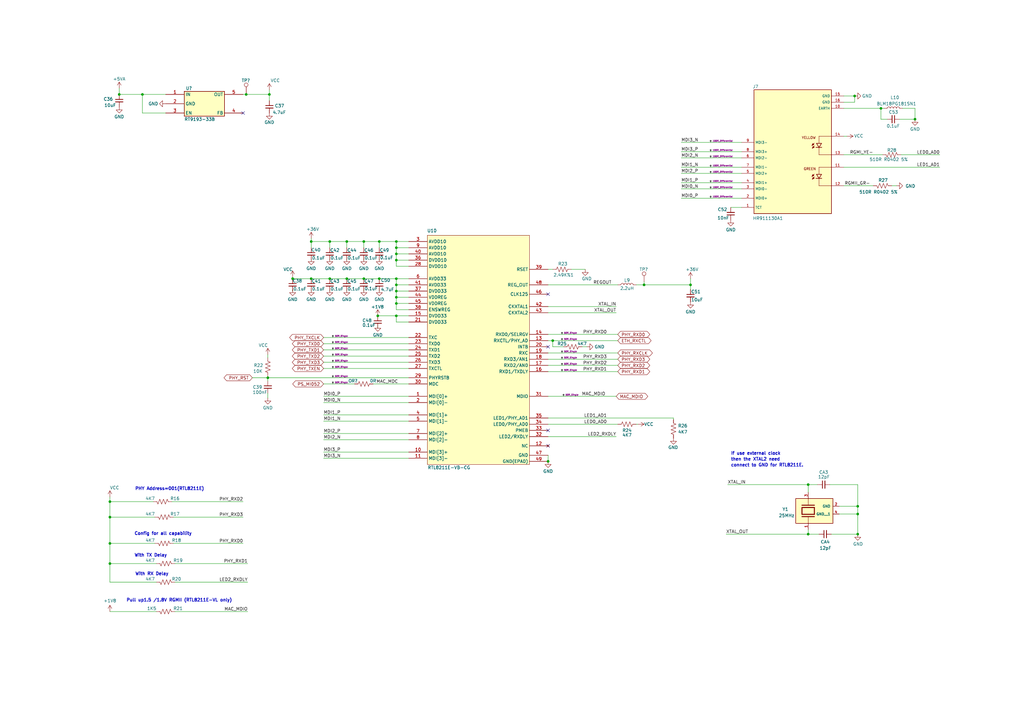
<source format=kicad_sch>
(kicad_sch (version 20230121) (generator eeschema)
  (paper "A3")
  (lib_symbols
    (symbol "+1V8_2" (power) (pin_numbers hide) (pin_names (offset 0) hide)
      (property "Value" "+1V8_2" (at 0 5.08 0))
      (symbol "+1V8_2_1_1"
        (pin power_in line (at 0 0 90) (length 0) hide (name "+1V8") (number "1"))
      )
    )
    (symbol "+1V8_3" (power) (pin_numbers hide) (pin_names (offset 0) hide)
      (property "Value" "+1V8_3" (at 0 4.445 0))
      (symbol "+1V8_3_1_1"
        (pin power_in line (at 0 0 90) (length 0) hide (name "+1V8") (number "1"))
      )
    )
    (symbol "+5VA_4" (power) (pin_numbers hide) (pin_names (offset 0) hide)
      (property "Value" "+5V IN" (at 0 4.445 0))
      (symbol "+5VA_4_1_1"
        (pin power_in line (at 0 0 90) (length 0) hide (name "+5VA") (number "1"))
      )
    )
    (symbol "Connector:TestPoint" (pin_numbers hide) (pin_names (offset 0.762) hide)
      (property "Reference" "TP" (at 0 6.858 0))
      (property "Value" "TestPoint" (at 0 5.08 0))
      (symbol "TestPoint_1_1"
        (pin passive line (at 0 0 90) (length 2.54) (name "1") (number "1"))
      )
    )
    (symbol "Device:C_Small" (pin_numbers hide) (pin_names (offset 0.254) hide)
      (property "Reference" "C" (at 0.254 1.778 0))
      (property "Value" "C_Small" (at 0.254 -2.032 0))
      (symbol "C_Small_1_1"
        (pin passive line (at 0 2.54 270) (length 2.032) (name "~") (number "1"))
        (pin passive line (at 0 -2.54 90) (length 2.032) (name "~") (number "2"))
      )
    )
    (symbol "Device:L" (pin_numbers hide) (pin_names (offset 1.016) hide)
      (property "Reference" "L" (at -1.27 0 90))
      (property "Value" "L" (at 1.905 0 90))
      (symbol "L_1_1"
        (pin passive line (at 0 3.81 270) (length 1.27) (name "1") (number "1"))
        (pin passive line (at 0 -3.81 90) (length 1.27) (name "2") (number "2"))
      )
    )
    (symbol "Device:R_US" (pin_numbers hide) (pin_names (offset 0))
      (property "Reference" "R" (at 2.54 0 90))
      (property "Value" "R_US" (at -2.54 0 90))
      (symbol "R_US_1_1"
        (pin passive line (at 0 3.81 270) (length 1.27) (name "~") (number "1"))
        (pin passive line (at 0 -3.81 90) (length 1.27) (name "~") (number "2"))
      )
    )
    (symbol "GND_1" (power) (pin_numbers hide) (pin_names (offset 0) hide)
      (property "Value" "GND" (at 0 -3.81 0))
      (symbol "GND_1_1_1"
        (pin power_in line (at 0 0 270) (length 0) hide (name "GND") (number "1"))
      )
    )
    (symbol "GND_2" (power) (pin_numbers hide) (pin_names (offset 0) hide)
      (property "Value" "GND_2" (at 0 -3.81 0))
      (symbol "GND_2_1_1"
        (pin power_in line (at 0 0 270) (length 0) hide (name "GND") (number "1"))
      )
    )
    (symbol "PLUTOX_SDR SCH LIB:HR911130A"
      (property "Reference" "J6" (at -33.655 -2.54 0))
      (property "Value" "HR911130A1" (at 29.21 56.515 0))
      (symbol "HR911130A_0_0"
        (text "GREEN" (at 24.13 36.83 0) (effects (font (size 1.016 1.016)) (justify left top)))
        (text "YELLOW" (at 29.21 22.86 0) (effects (font (size 1.016 1.016)) (justify right bottom)))
        (pin passive line (at 40.64 35.56 180) (length 5.08) (name "~") (number "11"))
        (pin passive line (at 40.64 43.18 180) (length 5.08) (name "~") (number "12"))
        (pin passive line (at 40.64 30.48 180) (length 5.08) (name "~") (number "13"))
        (pin passive line (at 40.64 22.86 180) (length 5.08) (name "~") (number "14"))
      )
      (symbol "HR911130A_1_0"
        (pin passive line (at -1.27 52.07 0) (length 5.08) (name "TCT") (number "1"))
        (pin passive line (at 40.64 11.43 180) (length 5.08) (name "EARTH") (number "10"))
        (pin passive line (at 40.64 6.35 180) (length 5.08) (name "GND") (number "15"))
        (pin passive line (at 40.64 8.89 180) (length 5.08) (name "GND") (number "16"))
        (pin passive line (at -1.27 48.26 0) (length 5.08) (name "MDI0+") (number "2"))
        (pin passive line (at -1.27 44.45 0) (length 5.08) (name "MDI0-") (number "3"))
        (pin passive line (at -1.27 41.91 0) (length 5.08) (name "MDI1+") (number "4"))
        (pin passive line (at -1.27 38.1 0) (length 5.08) (name "MDI2+") (number "5"))
        (pin passive line (at -1.27 31.75 0) (length 5.08) (name "MDI2-") (number "6"))
        (pin passive line (at -1.27 35.56 0) (length 5.08) (name "MDI1-") (number "7"))
        (pin passive line (at -1.27 29.21 0) (length 5.08) (name "MDI3+") (number "8"))
        (pin passive line (at -1.27 25.4 0) (length 5.08) (name "MDI3-") (number "9"))
      )
    )
    (symbol "PLUTOX_SDR SCH LIB:RT9193-33GB"
      (property "Reference" "U5" (at 23.495 7.239 0))
      (property "Value" "~" (at 46.99 0 0))
      (symbol "RT9193-33GB_0_1"
        (pin power_out line (at 39.37 0 180) (length 7.62) (name "GND") (number "2"))
      )
      (symbol "RT9193-33GB_1_1"
        (pin power_in line (at 39.37 3.81 180) (length 7.62) (name "IN") (number "1"))
        (pin unspecified line (at 39.37 -3.81 180) (length 7.62) (name "EN") (number "3"))
        (pin unspecified line (at 7.62 -3.81 0) (length 7.62) (name "FB") (number "4"))
        (pin output line (at 7.62 3.81 0) (length 7.62) (name "OUT") (number "5"))
      )
    )
    (symbol "PLUTOX_SDR SCH LIB:RTL8211E-VB-CG"
      (property "Reference" "U10" (at 27.305 62.865 0))
      (property "Value" "RTL8211E-VB-CG" (at 34.29 -34.29 0))
      (symbol "RTL8211E-VB-CG_0_1"
        (pin bidirectional line (at 17.78 -5.08 0) (length 7.62) (name "MDI[0]+") (number "1"))
        (pin bidirectional line (at 17.78 -27.94 0) (length 7.62) (name "MDI[3]+") (number "10"))
        (pin bidirectional line (at 17.78 -30.48 0) (length 7.62) (name "MDI[3]-") (number "11"))
        (pin no_connect line (at 74.93 -25.4 180) (length 7.62) (name "NC") (number "12"))
        (pin output line (at 74.93 17.78 180) (length 7.62) (name "RXCTL/PHY_AD") (number "13"))
        (pin output line (at 74.93 20.32 180) (length 7.62) (name "RXD0/SELRGV") (number "14"))
        (pin power_in line (at 17.78 27.94 0) (length 7.62) (name "DVDD33") (number "15"))
        (pin output line (at 74.93 5.08 180) (length 7.62) (name "RXD1/TXDLY") (number "16"))
        (pin output line (at 74.93 7.62 180) (length 7.62) (name "RXD2/AN0") (number "17"))
        (pin output line (at 74.93 10.16 180) (length 7.62) (name "RXD3/AN1") (number "18"))
        (pin output line (at 74.93 12.7 180) (length 7.62) (name "RXC") (number "19"))
        (pin bidirectional line (at 17.78 -7.62 0) (length 7.62) (name "MDI[0]-") (number "2"))
        (pin output line (at 74.93 15.24 180) (length 7.62) (name "INTB") (number "20"))
        (pin power_in line (at 17.78 25.4 0) (length 7.62) (name "DVDD33") (number "21"))
        (pin input line (at 17.78 19.05 0) (length 7.62) (name "TXC") (number "22"))
        (pin input line (at 17.78 16.51 0) (length 7.62) (name "TXD0") (number "23"))
        (pin input line (at 17.78 13.97 0) (length 7.62) (name "TXD1") (number "24"))
        (pin input line (at 17.78 11.43 0) (length 7.62) (name "TXD2") (number "25"))
        (pin input line (at 17.78 8.89 0) (length 7.62) (name "TXD3") (number "26"))
        (pin input line (at 17.78 6.35 0) (length 7.62) (name "TXCTL") (number "27"))
        (pin power_in line (at 17.78 48.26 0) (length 7.62) (name "DVDD10") (number "28"))
        (pin input line (at 17.78 2.54 0) (length 7.62) (name "PHYRSTB") (number "29"))
        (pin power_in line (at 17.78 58.42 0) (length 7.62) (name "AVDD10") (number "3"))
        (pin input line (at 17.78 0 0) (length 7.62) (name "MDC") (number "30"))
        (pin bidirectional line (at 74.93 -5.08 180) (length 7.62) (name "MDIO") (number "31"))
        (pin output line (at 74.93 -21.59 180) (length 7.62) (name "LED2/RXDLY") (number "32"))
        (pin output line (at 74.93 -19.05 180) (length 7.62) (name "PMEB") (number "33"))
        (pin output line (at 74.93 -16.51 180) (length 7.62) (name "LED0/PHY_AD0") (number "34"))
        (pin output line (at 74.93 -13.97 180) (length 7.62) (name "LED1/PHY_AD1") (number "35"))
        (pin power_in line (at 17.78 50.8 0) (length 7.62) (name "DVDD10") (number "36"))
        (pin power_in line (at 17.78 38.1 0) (length 7.62) (name "DVDD33") (number "37"))
        (pin input line (at 17.78 30.48 0) (length 7.62) (name "ENSWREG") (number "38"))
        (pin output line (at 74.93 46.99 180) (length 7.62) (name "RSET") (number "39"))
        (pin bidirectional line (at 17.78 -12.7 0) (length 7.62) (name "MDI[1]+") (number "4"))
        (pin power_in line (at 17.78 53.34 0) (length 7.62) (name "AVDD10") (number "40"))
        (pin power_in line (at 17.78 40.64 0) (length 7.62) (name "AVDD33") (number "41"))
        (pin input line (at 74.93 31.75 180) (length 7.62) (name "CKXTAL1") (number "42"))
        (pin output line (at 74.93 29.21 180) (length 7.62) (name "CKXTAL2") (number "43"))
        (pin power_in line (at 17.78 35.56 0) (length 7.62) (name "VDDREG") (number "44"))
        (pin power_in line (at 17.78 33.02 0) (length 7.62) (name "VDDREG") (number "45"))
        (pin output line (at 74.93 36.83 180) (length 7.62) (name "CLK125") (number "46"))
        (pin power_out line (at 74.93 -29.21 180) (length 7.62) (name "GND") (number "47"))
        (pin output line (at 74.93 40.64 180) (length 7.62) (name "REG_OUT") (number "48"))
        (pin bidirectional line (at 17.78 -15.24 0) (length 7.62) (name "MDI[1]-") (number "5"))
        (pin power_in line (at 17.78 43.18 0) (length 7.62) (name "AVDD33") (number "6"))
        (pin bidirectional line (at 17.78 -20.32 0) (length 7.62) (name "MDI[2]+") (number "7"))
        (pin bidirectional line (at 17.78 -22.86 0) (length 7.62) (name "MDI[2]-") (number "8"))
        (pin power_in line (at 17.78 55.88 0) (length 7.62) (name "AVDD10") (number "9"))
      )
      (symbol "RTL8211E-VB-CG_1_1"
        (pin power_out line (at 74.93 -31.75 180) (length 7.62) (name "GND(EPAD)") (number "49"))
      )
    )
    (symbol "TSX-3225_25.0000MF10P-C0_1" (pin_names (offset 1.016))
      (property "Reference" "Y3" (at 12.065 0.635 90))
      (property "Value" "TSX-3225_25.0000MF10P-C0" (at 12.065 -1.905 90))
      (symbol "TSX-3225_25.0000MF10P-C0_1_0_0"
        (pin passive line (at -7.62 0 0) (length 2.54) (name "~") (number "1"))
        (pin power_in line (at 1.905 -12.7 90) (length 2.54) (name "GND") (number "2"))
        (pin passive line (at 7.62 0 180) (length 2.54) (name "~") (number "3"))
        (pin power_in line (at -1.27 -12.7 90) (length 2.54) (name "GND__1") (number "4"))
      )
    )
    (symbol "power:+36V" (power) (pin_numbers hide) (pin_names (offset 0) hide)
      (property "Value" "VDD10_EPHY" (at -0.127 3.81 0))
      (symbol "+36V_1_1"
        (pin power_in line (at 0 0 90) (length 0) hide (name "+36V") (number "1"))
      )
    )
    (symbol "power:VCC" (power) (pin_numbers hide) (pin_names (offset 0) hide)
      (property "Value" "VCC_LAN" (at -3.556 -0.635 90))
      (symbol "VCC_1_1"
        (pin power_in line (at 0 0 90) (length 0) hide (name "VCC") (number "1"))
      )
    )
  )
  (junction (at 45.085 222.885))
  (junction (at 109.855 154.94))
  (junction (at 162.56 129.54))
  (junction (at 155.575 114.3))
  (junction (at 45.085 231.14))
  (junction (at 224.79 189.23))
  (junction (at 162.56 119.38))
  (junction (at 127.635 99.06))
  (junction (at 375.285 48.895))
  (junction (at 58.42 38.735))
  (junction (at 149.225 114.3))
  (junction (at 226.695 139.7))
  (junction (at 162.56 101.6))
  (junction (at 45.085 212.09))
  (junction (at 149.225 99.06))
  (junction (at 135.255 114.3))
  (junction (at 120.015 114.3))
  (junction (at 162.56 114.3))
  (junction (at 351.79 207.645))
  (junction (at 142.24 99.06))
  (junction (at 100.965 38.735))
  (junction (at 264.16 116.84))
  (junction (at 45.085 205.74))
  (junction (at 110.49 38.735))
  (junction (at 350.52 39.37))
  (junction (at 162.56 104.14))
  (junction (at 162.56 99.06))
  (junction (at 135.255 99.06))
  (junction (at 162.56 106.68))
  (junction (at 48.895 38.735))
  (junction (at 331.47 219.075))
  (junction (at 351.79 219.075))
  (junction (at 283.21 116.84))
  (junction (at 361.315 44.45))
  (junction (at 162.56 116.84))
  (junction (at 127.635 114.3))
  (junction (at 331.47 198.755))
  (junction (at 351.79 210.82))
  (junction (at 154.94 129.54))
  (junction (at 155.575 99.06))
  (junction (at 142.24 114.3))
  (junction (at 162.56 124.46))
  (junction (at 162.56 121.92))
  (no_connect (at 224.79 176.53))
  (no_connect (at 224.79 182.88))
  (no_connect (at 224.79 142.24))
  (no_connect (at 224.79 120.65))
  (no_connect (at 99.695 46.355))
  (wire (pts (xy 132.715 157.48) (xy 145.415 157.48)))
  (wire (pts (xy 149.225 99.06) (xy 149.225 101.6)))
  (wire (pts (xy 127.635 99.06) (xy 127.635 97.79)))
  (wire (pts (xy 135.255 99.06) (xy 142.24 99.06)))
  (wire (pts (xy 162.56 104.14) (xy 167.64 104.14)))
  (wire (pts (xy 132.715 143.51) (xy 167.64 143.51)))
  (wire (pts (xy 45.085 231.14) (xy 64.135 231.14)))
  (wire (pts (xy 162.56 119.38) (xy 162.56 116.84)))
  (wire (pts (xy 127.635 114.3) (xy 135.255 114.3)))
  (wire (pts (xy 362.585 44.45) (xy 361.315 44.45)))
  (wire (pts (xy 375.285 44.45) (xy 375.285 48.895)))
  (wire (pts (xy 149.225 118.745) (xy 149.225 119.38)))
  (wire (pts (xy 110.49 36.83) (xy 110.49 38.735)))
  (wire (pts (xy 162.56 116.84) (xy 167.64 116.84)))
  (wire (pts (xy 224.79 186.69) (xy 224.79 189.23)))
  (wire (pts (xy 347.345 55.88) (xy 346.075 55.88)))
  (wire (pts (xy 304.165 85.09) (xy 299.72 85.09)))
  (wire (pts (xy 351.79 198.755) (xy 351.79 207.645)))
  (wire (pts (xy 142.24 99.06) (xy 142.24 101.6)))
  (wire (pts (xy 109.855 154.305) (xy 109.855 154.94)))
  (wire (pts (xy 331.47 198.755) (xy 331.47 201.93)))
  (wire (pts (xy 127.635 99.06) (xy 135.255 99.06)))
  (wire (pts (xy 67.945 46.355) (xy 58.42 46.355)))
  (wire (pts (xy 132.715 165.1) (xy 167.64 165.1)))
  (wire (pts (xy 142.24 106.045) (xy 142.24 106.68)))
  (wire (pts (xy 109.855 145.415) (xy 109.855 146.685)))
  (wire (pts (xy 142.24 118.745) (xy 142.24 119.38)))
  (wire (pts (xy 132.715 180.34) (xy 167.64 180.34)))
  (wire (pts (xy 162.56 121.92) (xy 162.56 124.46)))
  (wire (pts (xy 224.79 110.49) (xy 226.695 110.49)))
  (wire (pts (xy 162.56 114.3) (xy 167.64 114.3)))
  (wire (pts (xy 361.315 44.45) (xy 361.315 48.895)))
  (wire (pts (xy 224.79 152.4) (xy 253.365 152.4)))
  (wire (pts (xy 45.085 238.76) (xy 45.085 231.14)))
  (wire (pts (xy 132.715 151.13) (xy 167.64 151.13)))
  (wire (pts (xy 155.575 106.045) (xy 155.575 106.68)))
  (wire (pts (xy 304.165 58.42) (xy 279.4 58.42)))
  (wire (pts (xy 224.79 144.78) (xy 253.365 144.78)))
  (wire (pts (xy 101.6 231.14) (xy 71.755 231.14)))
  (wire (pts (xy 344.17 210.82) (xy 351.79 210.82)))
  (wire (pts (xy 142.24 114.3) (xy 149.225 114.3)))
  (wire (pts (xy 167.64 132.08) (xy 162.56 132.08)))
  (wire (pts (xy 224.79 149.86) (xy 253.365 149.86)))
  (wire (pts (xy 162.56 99.06) (xy 162.56 101.6)))
  (wire (pts (xy 153.035 157.48) (xy 167.64 157.48)))
  (wire (pts (xy 58.42 38.735) (xy 67.945 38.735)))
  (wire (pts (xy 149.225 106.045) (xy 149.225 106.68)))
  (wire (pts (xy 264.16 115.57) (xy 264.16 116.84)))
  (wire (pts (xy 224.79 128.27) (xy 252.73 128.27)))
  (wire (pts (xy 375.285 44.45) (xy 370.205 44.45)))
  (wire (pts (xy 162.56 121.92) (xy 167.64 121.92)))
  (wire (pts (xy 162.56 124.46) (xy 162.56 127)))
  (wire (pts (xy 350.52 39.37) (xy 350.52 41.91)))
  (wire (pts (xy 162.56 119.38) (xy 162.56 121.92)))
  (wire (pts (xy 155.575 114.3) (xy 162.56 114.3)))
  (wire (pts (xy 45.085 205.74) (xy 45.085 212.09)))
  (wire (pts (xy 135.255 106.045) (xy 135.255 106.68)))
  (wire (pts (xy 149.225 99.06) (xy 155.575 99.06)))
  (wire (pts (xy 99.695 205.74) (xy 70.485 205.74)))
  (wire (pts (xy 261.62 173.99) (xy 260.985 173.99)))
  (wire (pts (xy 162.56 106.68) (xy 167.64 106.68)))
  (wire (pts (xy 344.17 207.645) (xy 351.79 207.645)))
  (wire (pts (xy 64.135 250.825) (xy 45.085 250.825)))
  (wire (pts (xy 224.79 171.45) (xy 276.225 171.45)))
  (wire (pts (xy 63.5 222.885) (xy 45.085 222.885)))
  (wire (pts (xy 162.56 101.6) (xy 167.64 101.6)))
  (wire (pts (xy 120.015 114.3) (xy 120.015 113.665)))
  (wire (pts (xy 154.94 133.35) (xy 154.94 134.62)))
  (wire (pts (xy 127.635 118.745) (xy 127.635 119.38)))
  (wire (pts (xy 283.21 114.3) (xy 283.21 116.84)))
  (wire (pts (xy 385.445 63.5) (xy 369.57 63.5)))
  (wire (pts (xy 109.855 154.94) (xy 109.855 156.21)))
  (wire (pts (xy 224.79 162.56) (xy 252.73 162.56)))
  (wire (pts (xy 155.575 99.06) (xy 162.56 99.06)))
  (wire (pts (xy 304.165 71.12) (xy 279.4 71.12)))
  (wire (pts (xy 224.79 173.99) (xy 253.365 173.99)))
  (wire (pts (xy 331.47 219.075) (xy 297.815 219.075)))
  (wire (pts (xy 149.225 114.3) (xy 155.575 114.3)))
  (wire (pts (xy 132.715 177.8) (xy 167.64 177.8)))
  (wire (pts (xy 224.79 139.7) (xy 226.695 139.7)))
  (wire (pts (xy 224.79 179.07) (xy 252.73 179.07)))
  (wire (pts (xy 240.665 142.24) (xy 238.76 142.24)))
  (wire (pts (xy 351.79 210.82) (xy 351.79 219.075)))
  (wire (pts (xy 110.49 38.735) (xy 110.49 41.275)))
  (wire (pts (xy 224.79 125.73) (xy 252.73 125.73)))
  (wire (pts (xy 385.445 68.58) (xy 346.075 68.58)))
  (wire (pts (xy 99.695 222.885) (xy 71.12 222.885)))
  (wire (pts (xy 58.42 38.735) (xy 48.895 38.735)))
  (wire (pts (xy 331.47 217.17) (xy 331.47 219.075)))
  (wire (pts (xy 99.695 38.735) (xy 100.965 38.735)))
  (wire (pts (xy 162.56 132.08) (xy 162.56 129.54)))
  (wire (pts (xy 260.985 116.84) (xy 264.16 116.84)))
  (wire (pts (xy 224.79 147.32) (xy 253.365 147.32)))
  (wire (pts (xy 304.165 62.23) (xy 279.4 62.23)))
  (wire (pts (xy 346.075 44.45) (xy 361.315 44.45)))
  (wire (pts (xy 62.865 205.74) (xy 45.085 205.74)))
  (wire (pts (xy 264.16 116.84) (xy 283.21 116.84)))
  (wire (pts (xy 154.94 129.54) (xy 162.56 129.54)))
  (wire (pts (xy 226.695 139.7) (xy 253.365 139.7)))
  (wire (pts (xy 58.42 46.355) (xy 58.42 38.735)))
  (wire (pts (xy 101.6 238.76) (xy 71.755 238.76)))
  (wire (pts (xy 162.56 129.54) (xy 167.64 129.54)))
  (wire (pts (xy 132.715 172.72) (xy 167.64 172.72)))
  (wire (pts (xy 63.5 212.09) (xy 45.085 212.09)))
  (wire (pts (xy 109.855 154.94) (xy 103.505 154.94)))
  (wire (pts (xy 109.855 163.195) (xy 109.855 161.29)))
  (wire (pts (xy 351.79 207.645) (xy 351.79 210.82)))
  (wire (pts (xy 283.21 116.84) (xy 283.21 118.745)))
  (wire (pts (xy 162.56 124.46) (xy 167.64 124.46)))
  (wire (pts (xy 351.79 219.075) (xy 340.995 219.075)))
  (wire (pts (xy 100.965 38.735) (xy 110.49 38.735)))
  (wire (pts (xy 132.715 146.05) (xy 167.64 146.05)))
  (wire (pts (xy 127.635 106.045) (xy 127.635 106.68)))
  (wire (pts (xy 132.715 162.56) (xy 167.64 162.56)))
  (wire (pts (xy 132.715 170.18) (xy 167.64 170.18)))
  (wire (pts (xy 162.56 101.6) (xy 162.56 104.14)))
  (wire (pts (xy 367.665 76.2) (xy 365.76 76.2)))
  (wire (pts (xy 162.56 106.68) (xy 162.56 109.22)))
  (wire (pts (xy 162.56 119.38) (xy 167.64 119.38)))
  (wire (pts (xy 162.56 127) (xy 167.64 127)))
  (wire (pts (xy 363.855 48.895) (xy 361.315 48.895)))
  (wire (pts (xy 375.285 48.895) (xy 368.935 48.895)))
  (wire (pts (xy 304.165 81.28) (xy 279.4 81.28)))
  (wire (pts (xy 132.715 140.97) (xy 167.64 140.97)))
  (wire (pts (xy 132.715 148.59) (xy 167.64 148.59)))
  (wire (pts (xy 361.95 63.5) (xy 346.075 63.5)))
  (wire (pts (xy 226.695 142.24) (xy 226.695 139.7)))
  (wire (pts (xy 276.225 171.45) (xy 276.225 172.085)))
  (wire (pts (xy 350.52 41.91) (xy 346.075 41.91)))
  (wire (pts (xy 224.79 116.84) (xy 253.365 116.84)))
  (wire (pts (xy 132.715 185.42) (xy 167.64 185.42)))
  (wire (pts (xy 101.6 250.825) (xy 71.755 250.825)))
  (wire (pts (xy 304.165 77.47) (xy 279.4 77.47)))
  (wire (pts (xy 162.56 99.06) (xy 167.64 99.06)))
  (wire (pts (xy 351.79 198.755) (xy 340.36 198.755)))
  (wire (pts (xy 120.015 118.745) (xy 120.015 119.38)))
  (wire (pts (xy 64.135 238.76) (xy 45.085 238.76)))
  (wire (pts (xy 48.895 36.195) (xy 48.895 38.735)))
  (wire (pts (xy 304.165 68.58) (xy 279.4 68.58)))
  (wire (pts (xy 109.855 154.94) (xy 167.64 154.94)))
  (wire (pts (xy 335.915 219.075) (xy 331.47 219.075)))
  (wire (pts (xy 132.715 187.96) (xy 167.64 187.96)))
  (wire (pts (xy 358.14 76.2) (xy 346.075 76.2)))
  (wire (pts (xy 240.03 110.49) (xy 234.315 110.49)))
  (wire (pts (xy 331.47 198.755) (xy 298.45 198.755)))
  (wire (pts (xy 142.24 99.06) (xy 149.225 99.06)))
  (wire (pts (xy 162.56 109.22) (xy 167.64 109.22)))
  (wire (pts (xy 335.28 198.755) (xy 331.47 198.755)))
  (wire (pts (xy 100.965 38.1) (xy 100.965 38.735)))
  (wire (pts (xy 224.79 137.16) (xy 253.365 137.16)))
  (wire (pts (xy 155.575 119.38) (xy 155.575 118.745)))
  (wire (pts (xy 132.715 138.43) (xy 167.64 138.43)))
  (wire (pts (xy 346.075 39.37) (xy 350.52 39.37)))
  (wire (pts (xy 45.085 212.09) (xy 45.085 222.885)))
  (wire (pts (xy 135.255 99.06) (xy 135.255 101.6)))
  (wire (pts (xy 45.085 222.885) (xy 45.085 231.14)))
  (wire (pts (xy 45.085 203.835) (xy 45.085 205.74)))
  (wire (pts (xy 155.575 99.06) (xy 155.575 101.6)))
  (wire (pts (xy 99.695 212.09) (xy 71.12 212.09)))
  (wire (pts (xy 304.165 74.93) (xy 279.4 74.93)))
  (wire (pts (xy 231.14 142.24) (xy 226.695 142.24)))
  (wire (pts (xy 135.255 114.3) (xy 142.24 114.3)))
  (wire (pts (xy 135.255 118.745) (xy 135.255 119.38)))
  (wire (pts (xy 162.56 114.3) (xy 162.56 116.84)))
  (wire (pts (xy 127.635 99.06) (xy 127.635 101.6)))
  (wire (pts (xy 162.56 104.14) (xy 162.56 106.68)))
  (wire (pts (xy 304.165 64.77) (xy 279.4 64.77)))
  (wire (pts (xy 120.015 114.3) (xy 127.635 114.3)))
  (text "then the XTAL2 need" (at 299.72 189.23 0) (effects (font (size 1.27 1.27) bold) (justify left bottom)))
  (text "PHY Address=001(RTL8211E)" (at 83.82 201.295 0) (effects (font (size 1.27 1.27) bold) (justify right bottom)))
  (text "With RX Delay" (at 69.215 236.22 0) (effects (font (size 1.27 1.27) bold) (justify right bottom)))
  (text "Pull up1.5 /1.8V RGMII (RTL8211E-VL only)" (at 95.25 247.015 0) (effects (font (size 1.27 1.27) bold) (justify right bottom)))
  (text "connect to GND for RTL8211E." (at 299.72 191.643 0) (effects (font (size 1.27 1.27) bold) (justify left bottom)))
  (text "If use external clock " (at 299.72 186.817 0) (effects (font (size 1.27 1.27) bold) (justify left bottom)))
  (text "Config for all capability" (at 78.74 219.71 0) (effects (font (size 1.27 1.27) bold) (justify right bottom)))
  (text "With TX Delay" (at 68.58 228.6 0) (effects (font (size 1.27 1.27) bold) (justify right bottom)))
  (label "MAC_MDIO" (at 101.6 250.825 180))
  (label "MDI3_P" (at 132.715 185.42 0))
  (label "LED1_AD1" (at 248.92 171.45 180))
  (label "XTAL_OUT" (at 252.73 128.27 180))
  (label "MDI0_P" (at 279.4 81.28 0))
  (label "LED0_AD0" (at 248.92 173.99 180))
  (label "XTAL_OUT" (at 297.815 219.075 0))
  (label "MDI2_P" (at 132.715 177.8 0))
  (label "LED2_RXDLY" (at 101.6 238.76 180))
  (label "MDI0_N" (at 279.4 77.47 0))
  (label "XTAL_IN" (at 298.45 198.755 0))
  (label "RGMI_YE-" (at 358.14 63.5 180))
  (label "LED2_RXDLY" (at 252.73 179.07 180))
  (label "MAC_MDIO" (at 248.285 162.56 180))
  (label "RGMII_GR-" (at 356.87 76.2 180))
  (label "MDI1_P" (at 132.715 170.18 0))
  (label "LED0_AD0" (at 385.445 63.5 180))
  (label "PHY_RXD0" (at 248.92 137.16 180))
  (label "PHY_RXD3" (at 99.695 212.09 180))
  (label "REGOUT" (at 250.825 116.84 180))
  (label "MDI2_N" (at 132.715 180.34 0))
  (label "MDI3_N" (at 132.715 187.96 0))
  (label "PHY_RXD1" (at 101.6 231.14 180))
  (label "XTAL_IN" (at 252.73 125.73 180))
  (label "MDI3_P" (at 279.4 62.23 0))
  (label "MDI1_N" (at 132.715 172.72 0))
  (label "MDI1_N" (at 279.4 68.58 0))
  (label "PHY_RXD0" (at 99.695 222.885 180))
  (label "MDI0_P" (at 132.715 162.56 0))
  (label "MDI2_N" (at 279.4 64.77 0))
  (label "MDI3_N" (at 279.4 58.42 0))
  (label "MDI1_P" (at 279.4 74.93 0))
  (label "PHY_RXD2" (at 99.695 205.74 180))
  (label "MDI0_N" (at 132.715 165.1 0))
  (label "PHY_RXD1" (at 248.92 152.4 180))
  (label "PHY_RXD3" (at 248.92 147.32 180))
  (label "PHY_RXD2" (at 248.92 149.86 180))
  (label "LED1_AD1" (at 385.445 68.58 180))
  (label "MDI2_P" (at 279.4 71.12 0))
  (label "MAC_MDC" (at 154.305 157.48 0))
  (global_label "MAC_MDIO" (shape bidirectional) (at 252.73 162.56 0) (property "Intersheetrefs" "${INTERSHEET_REFS}" (effects hide)))
  (global_label "PHY_TXD2" (shape bidirectional) (at 132.715 146.05 180) (property "Intersheetrefs" "${INTERSHEET_REFS}" (effects hide)))
  (global_label "PHY_TXCLK" (shape bidirectional) (at 132.715 138.43 180) (property "Intersheetrefs" "${INTERSHEET_REFS}" (effects hide)))
  (global_label "PHY_TXEN" (shape bidirectional) (at 132.715 151.13 180) (property "Intersheetrefs" "${INTERSHEET_REFS}" (effects hide)))
  (global_label "PHY_TXD1" (shape bidirectional) (at 132.715 143.51 180) (property "Intersheetrefs" "${INTERSHEET_REFS}" (effects hide)))
  (global_label "ETH_RXCTL" (shape bidirectional) (at 253.365 139.7 0) (property "Intersheetrefs" "${INTERSHEET_REFS}" (effects hide)))
  (global_label "PHY_RXD3" (shape bidirectional) (at 253.365 147.32 0) (property "Intersheetrefs" "${INTERSHEET_REFS}" (effects hide)))
  (global_label "PHY_RST" (shape bidirectional) (at 103.505 154.94 180) (property "Intersheetrefs" "${INTERSHEET_REFS}" (effects hide)))
  (global_label "PHY_RXCLK" (shape bidirectional) (at 253.365 144.78 0) (property "Intersheetrefs" "${INTERSHEET_REFS}" (effects hide)))
  (global_label "PHY_RXD2" (shape bidirectional) (at 253.365 149.86 0) (property "Intersheetrefs" "${INTERSHEET_REFS}" (effects hide)))
  (global_label "PHY_RXD1" (shape bidirectional) (at 253.365 152.4 0) (property "Intersheetrefs" "${INTERSHEET_REFS}" (effects hide)))
  (global_label "PHY_TXD3" (shape bidirectional) (at 132.715 148.59 180) (property "Intersheetrefs" "${INTERSHEET_REFS}" (effects hide)))
  (global_label "PHY_RXD0" (shape bidirectional) (at 253.365 137.16 0) (property "Intersheetrefs" "${INTERSHEET_REFS}" (effects hide)))
  (global_label "PHY_TXD0" (shape bidirectional) (at 132.715 140.97 180) (property "Intersheetrefs" "${INTERSHEET_REFS}" (effects hide)))
  (global_label "PS_MI052" (shape bidirectional) (at 132.715 157.48 180) (property "Intersheetrefs" "${INTERSHEET_REFS}" (effects hide)))
  (netclass_flag "" (length 0.635) (shape dot) (at 291.465 81.28 0) (property "Netclass" "100R_Differential" (at 292.1635 80.645 0) (effects (font (size 0.635 0.635) italic) (justify left))))
  (netclass_flag "" (length 0.635) (shape dot) (at 291.465 77.47 0) (property "Netclass" "100R_Differential" (at 292.1635 76.835 0) (effects (font (size 0.635 0.635) italic) (justify left))))
  (netclass_flag "" (length 0.635) (shape dot) (at 291.465 58.42 0) (property "Netclass" "100R_Differential" (at 292.1635 57.785 0) (effects (font (size 0.635 0.635) italic) (justify left))))
  (netclass_flag "" (length 0.635) (shape dot) (at 230.505 152.4 0) (property "Netclass" "50R_Single" (at 231.2035 151.765 0) (effects (font (size 0.635 0.635) italic) (justify left))))
  (netclass_flag "" (length 0.635) (shape dot) (at 230.505 147.32 0) (property "Netclass" "50R_Single" (at 231.2035 146.685 0) (effects (font (size 0.635 0.635) italic) (justify left))))
  (netclass_flag "" (length 0.635) (shape dot) (at 230.505 149.86 0) (property "Netclass" "50R_Single" (at 231.2035 149.225 0) (effects (font (size 0.635 0.635) italic) (justify left))))
  (netclass_flag "" (length 0.635) (shape dot) (at 136.525 154.94 0) (property "Netclass" "50R_Single" (at 137.2235 154.305 0) (effects (font (size 0.635 0.635) italic) (justify left))))
  (netclass_flag "" (length 0.635) (shape dot) (at 291.465 71.12 0) (property "Netclass" "100R_Differential" (at 292.1635 70.485 0) (effects (font (size 0.635 0.635) italic) (justify left))))
  (netclass_flag "" (length 0.635) (shape dot) (at 136.525 138.43 0) (property "Netclass" "50R_Single" (at 137.2235 137.795 0) (effects (font (size 0.635 0.635) italic) (justify left))))
  (netclass_flag "" (length 0.635) (shape dot) (at 291.465 74.93 0) (property "Netclass" "100R_Differential" (at 292.1635 74.295 0) (effects (font (size 0.635 0.635) italic) (justify left))))
  (netclass_flag "" (length 0.635) (shape dot) (at 231.14 162.56 0) (property "Netclass" "50R_Single" (at 231.8385 161.925 0) (effects (font (size 0.635 0.635) italic) (justify left))))
  (netclass_flag "" (length 0.635) (shape dot) (at 291.465 68.58 0) (property "Netclass" "100R_Differential" (at 292.1635 67.945 0) (effects (font (size 0.635 0.635) italic) (justify left))))
  (netclass_flag "" (length 0.635) (shape dot) (at 230.505 137.16 0) (property "Netclass" "50R_Single" (at 231.2035 136.525 0) (effects (font (size 0.635 0.635) italic) (justify left))))
  (netclass_flag "" (length 0.635) (shape dot) (at 136.525 157.48 0) (property "Netclass" "50R_Single" (at 137.2235 156.845 0) (effects (font (size 0.635 0.635) italic) (justify left))))
  (netclass_flag "" (length 0.635) (shape dot) (at 136.525 148.59 0) (property "Netclass" "50R_Single" (at 137.2235 147.955 0) (effects (font (size 0.635 0.635) italic) (justify left))))
  (netclass_flag "" (length 0.635) (shape dot) (at 136.525 140.97 0) (property "Netclass" "50R_Single" (at 137.2235 140.335 0) (effects (font (size 0.635 0.635) italic) (justify left))))
  (netclass_flag "" (length 0.635) (shape dot) (at 136.525 151.13 0) (property "Netclass" "50R_Single" (at 137.2235 150.495 0) (effects (font (size 0.635 0.635) italic) (justify left))))
  (netclass_flag "" (length 0.635) (shape dot) (at 136.525 146.05 0) (property "Netclass" "50R_Single" (at 137.2235 145.415 0) (effects (font (size 0.635 0.635) italic) (justify left))))
  (netclass_flag "" (length 0.635) (shape dot) (at 230.505 139.7 0) (property "Netclass" "50R_Single" (at 231.2035 139.065 0) (effects (font (size 0.635 0.635) italic) (justify left))))
  (netclass_flag "" (length 0.635) (shape dot) (at 291.465 62.23 0) (property "Netclass" "100R_Differential" (at 292.1635 61.595 0) (effects (font (size 0.635 0.635) italic) (justify left))))
  (netclass_flag "" (length 0.635) (shape dot) (at 291.465 64.77 0) (property "Netclass" "100R_Differential" (at 292.1635 64.135 0) (effects (font (size 0.635 0.635) italic) (justify left))))
  (netclass_flag "" (length 0.635) (shape dot) (at 136.525 143.51 0) (property "Netclass" "50R_Single" (at 137.2235 142.875 0) (effects (font (size 0.635 0.635) italic) (justify left))))
  (netclass_flag "" (length 0.635) (shape dot) (at 230.505 144.78 0) (property "Netclass" "50R_Single" (at 231.2035 144.145 0) (effects (font (size 0.635 0.635) italic) (justify left))))
  (symbol (lib_name "GND_1") (lib_id "power:GND") (at 142.24 106.045 0) (unit 1)
    (property "Reference" "#PWR?" (effects hide))
    (property "Value" "GND" (at 142.24 110.109 0))
    (instances (project "[rishivg] PLUTOX_SDR-V1.0" (path "" (reference "#PWR?") (unit 1)) (path "" (reference "#PWR?") (unit 1)) (path "" (reference "#PWR0102") (unit 1))))
  )
  (symbol (lib_id "Device:R_US") (at 361.95 76.2 90) (mirror x) (unit 1)
    (property "Reference" "R27" (at 362.204 73.914 90))
    (property "Value" "510R R0402 5%" (at 360.299 78.74 90))
    (property "Footprint" "Resistor_SMD:R_0402_1005Metric_Pad0.72x0.64mm_HandSolder" (effects hide))
  )
  (symbol (lib_name "GND_1") (lib_id "power:GND") (at 155.575 106.045 0) (unit 1)
    (property "Reference" "#PWR?" (effects hide))
    (property "Value" "GND" (at 155.575 110.109 0))
    (instances (project "[rishivg] PLUTOX_SDR-V1.0" (path "" (reference "#PWR?") (unit 1)) (path "" (reference "#PWR?") (unit 1)) (path "" (reference "#PWR0108") (unit 1))))
  )
  (symbol (lib_name "GND_2") (lib_id "power:GND") (at 110.49 46.355 0) (unit 1)
    (property "Reference" "#PWR092" (effects hide))
    (property "Value" "GND" (at 112.522 50.165 0) (effects (justify right)))
  )
  (symbol (lib_id "Device:C_Small") (at 337.82 198.755 90) (unit 1)
    (property "Reference" "CA3" (at 339.725 193.675 90) (effects (justify left)))
    (property "Value" "12pF" (at 340.36 195.58 90) (effects (justify left)))
    (property "Footprint" "Capacitor_SMD:C_0402_1005Metric_Pad0.74x0.62mm_HandSolder" (effects hide))
  )
  (symbol (lib_id "Device:C_Small") (at 149.225 104.14 0) (unit 1)
    (property "Reference" "C46" (at 149.352 102.616 0) (effects (justify left)))
    (property "Value" "0.1uF" (at 149.479 105.791 0) (effects (justify left)))
    (property "Footprint" "Capacitor_SMD:C_0402_1005Metric_Pad0.74x0.62mm_HandSolder" (effects hide))
  )
  (symbol (lib_id "power:+36V") (at 127.635 97.79 0) (unit 1)
    (property "Reference" "#PWR097" (effects hide))
    (property "Value" "VDD10_EPHY" (at 128.27 93.98 0))
  )
  (symbol (lib_name "GND_1") (lib_id "power:GND") (at 127.635 106.045 0) (unit 1)
    (property "Reference" "#PWR?" (effects hide))
    (property "Value" "GND" (at 127.635 110.109 0))
    (instances (project "[rishivg] PLUTOX_SDR-V1.0" (path "" (reference "#PWR?") (unit 1)) (path "" (reference "#PWR?") (unit 1)) (path "" (reference "#PWR098") (unit 1))))
  )
  (symbol (lib_id "PLUTOX_SDR SCH LIB:RT9193-33GB") (at 107.315 42.545 0) (mirror y) (unit 1)
    (property "Reference" "U?" (at 77.47 36.195 0))
    (property "Value" "RT9193-33B" (at 81.915 48.895 0))
    (property "Footprint" "Libraries:RT9193-33B" (effects hide))
    (instances (project "[rishivg] PLUTOX_SDR-V1.0" (path "" (reference "U?") (unit 1)) (path "" (reference "U9") (unit 1))))
  )
  (symbol (lib_name "+1V8_3") (lib_id "power:+1V8") (at 154.94 129.54 0) (unit 1)
    (property "Reference" "#PWR?" (effects hide))
    (property "Value" "VCC1V8" (at 154.813 125.857 0))
    (instances (project "[rishivg] PLUTOX_SDR-V1.0" (path "" (reference "#PWR?") (unit 1)) (path "" (reference "#PWR047") (unit 1)) (path "" (reference "#PWR0106") (unit 1))))
  )
  (symbol (lib_id "Device:C_Small") (at 109.855 158.75 0) (unit 1)
    (property "Reference" "C39" (at 103.6579 158.7868 0) (effects (justify left)))
    (property "Value" "100nF" (at 103.5851 160.8983 0) (effects (justify left)))
    (property "Footprint" "Capacitor_SMD:C_0402_1005Metric_Pad0.74x0.62mm_HandSolder" (effects hide))
  )
  (symbol (lib_id "PLUTOX_SDR SCH LIB:RTL8211E-VB-CG") (at 149.86 157.48 0) (unit 1)
    (property "Reference" "U10" (at 177.165 94.615 0))
    (property "Value" "RTL8211E-VB-CG" (at 184.15 191.77 0))
    (property "Footprint" "Libraries:RTL8211E-VB-CG" (effects hide))
  )
  (symbol (lib_id "Device:C_Small") (at 110.49 43.815 0) (unit 1)
    (property "Reference" "C37" (at 112.7021 43.3861 0) (effects (justify left)))
    (property "Value" "4.7uF" (at 111.8284 46.1043 0) (effects (justify left)))
    (property "Footprint" "Capacitor_SMD:C_0603_1608Metric_Pad1.08x0.95mm_HandSolder" (effects hide))
  )
  (symbol (lib_name "GND_1") (lib_id "power:GND") (at 142.24 118.745 0) (unit 1)
    (property "Reference" "#PWR?" (effects hide))
    (property "Value" "GND" (at 142.24 122.809 0))
    (instances (project "[rishivg] PLUTOX_SDR-V1.0" (path "" (reference "#PWR?") (unit 1)) (path "" (reference "#PWR?") (unit 1)) (path "" (reference "#PWR0103") (unit 1))))
  )
  (symbol (lib_id "Device:C_Small") (at 338.455 219.075 90) (unit 1)
    (property "Reference" "CA4" (at 340.36 222.25 90) (effects (justify left)))
    (property "Value" "12pF" (at 340.995 224.79 90) (effects (justify left)))
    (property "Footprint" "Capacitor_SMD:C_0402_1005Metric_Pad0.74x0.62mm_HandSolder" (effects hide))
  )
  (symbol (lib_name "GND_1") (lib_id "power:GND") (at 350.52 39.37 90) (mirror x) (unit 1)
    (property "Reference" "#PWR?" (effects hide))
    (property "Value" "GND" (at 355.6 39.37 90))
    (instances (project "[rishivg] PLUTOX_SDR-V1.0" (path "" (reference "#PWR?") (unit 1)) (path "" (reference "#PWR?") (unit 1)) (path "" (reference "#PWR0119") (unit 1))))
  )
  (symbol (lib_id "power:VCC") (at 109.855 145.415 0) (unit 1)
    (property "Reference" "#PWR095" (effects hide))
    (property "Value" "VCC_LAN" (at 106.045 141.605 0) (effects (justify left)))
  )
  (symbol (lib_id "PLUTOX_SDR SCH LIB:HR911130A") (at 305.435 33.02 0) (mirror x) (unit 1)
    (property "Reference" "J7" (at 309.88 35.56 0))
    (property "Value" "HR911130A1" (at 314.96 89.535 0))
    (property "Footprint" "Libraries:HR911130A_HAN" (effects hide))
  )
  (symbol (lib_id "power:VCC") (at 347.345 55.88 270) (mirror x) (unit 1)
    (property "Reference" "#PWR0118" (effects hide))
    (property "Value" "VCC_LAN" (at 350.266 55.753 90) (effects (justify left)))
  )
  (symbol (lib_name "GND_1") (lib_id "power:GND") (at 224.79 189.23 0) (unit 1)
    (property "Reference" "#PWR?" (effects hide))
    (property "Value" "GND" (at 224.79 193.294 0))
    (instances (project "[rishivg] PLUTOX_SDR-V1.0" (path "" (reference "#PWR?") (unit 1)) (path "" (reference "#PWR?") (unit 1)) (path "" (reference "#PWR0110") (unit 1))))
  )
  (symbol (lib_id "Device:C_Small") (at 155.575 104.14 0) (unit 1)
    (property "Reference" "C49" (at 155.702 102.616 0) (effects (justify left)))
    (property "Value" "0.1uF" (at 155.829 105.664 0) (effects (justify left)))
    (property "Footprint" "Capacitor_SMD:C_0402_1005Metric_Pad0.74x0.62mm_HandSolder" (effects hide))
  )
  (symbol (lib_id "Device:C_Small") (at 149.225 116.84 0) (unit 1)
    (property "Reference" "C47" (at 149.352 115.316 0) (effects (justify left)))
    (property "Value" "0.1uF" (at 149.479 118.364 0) (effects (justify left)))
    (property "Footprint" "Capacitor_SMD:C_0402_1005Metric_Pad0.74x0.62mm_HandSolder" (effects hide))
  )
  (symbol (lib_id "Device:R_US") (at 230.505 110.49 270) (unit 1)
    (property "Reference" "R23" (at 228.854 108.204 90) (effects (justify left)))
    (property "Value" "2.49K%1" (at 226.949 112.776 90) (effects (justify left)))
    (property "Footprint" "Resistor_SMD:R_0402_1005Metric_Pad0.72x0.64mm_HandSolder" (effects hide))
  )
  (symbol (lib_id "Device:R_US") (at 365.76 63.5 90) (mirror x) (unit 1)
    (property "Reference" "R28" (at 365.76 61.595 90))
    (property "Value" "510R R0402 5%" (at 364.49 65.405 90))
    (property "Footprint" "Resistor_SMD:R_0402_1005Metric_Pad0.72x0.64mm_HandSolder" (effects hide))
  )
  (symbol (lib_name "+5VA_4") (lib_id "power:+5VA") (at 48.895 36.195 0) (mirror y) (unit 1)
    (property "Reference" "#PWR?" (effects hide))
    (property "Value" "+5V IN" (at 48.895 32.385 0))
    (instances (project "[rishivg] PLUTOX_SDR-V1.0" (path "" (reference "#PWR?") (unit 1)) (path "" (reference "#PWR012") (unit 1)) (path "" (reference "#PWR084") (unit 1))))
  )
  (symbol (lib_id "Device:R_US") (at 67.945 238.76 90) (mirror x) (unit 1)
    (property "Reference" "R20" (at 72.39 237.49 90))
    (property "Value" "4K7" (at 61.595 237.49 90))
    (property "Footprint" "Resistor_SMD:R_0402_1005Metric_Pad0.72x0.64mm_HandSolder" (effects hide))
  )
  (symbol (lib_id "Device:C_Small") (at 135.255 116.84 0) (unit 1)
    (property "Reference" "C43" (at 135.382 115.316 0) (effects (justify left)))
    (property "Value" "0.1uF" (at 135.509 118.491 0) (effects (justify left)))
    (property "Footprint" "Capacitor_SMD:C_0402_1005Metric_Pad0.74x0.62mm_HandSolder" (effects hide))
  )
  (symbol (lib_name "GND_1") (lib_id "power:GND") (at 149.225 118.745 0) (unit 1)
    (property "Reference" "#PWR?" (effects hide))
    (property "Value" "GND" (at 149.225 122.809 0))
    (instances (project "[rishivg] PLUTOX_SDR-V1.0" (path "" (reference "#PWR?") (unit 1)) (path "" (reference "#PWR?") (unit 1)) (path "" (reference "#PWR0105") (unit 1))))
  )
  (symbol (lib_name "GND_1") (lib_id "power:GND") (at 120.015 118.745 0) (unit 1)
    (property "Reference" "#PWR?" (effects hide))
    (property "Value" "GND" (at 120.015 122.809 0))
    (instances (project "[rishivg] PLUTOX_SDR-V1.0" (path "" (reference "#PWR?") (unit 1)) (path "" (reference "#PWR?") (unit 1)) (path "" (reference "#PWR094") (unit 1))))
  )
  (symbol (lib_id "Device:R_US") (at 109.855 150.495 180) (unit 1)
    (property "Reference" "R22" (at 107.95 149.86 0) (effects (justify left)))
    (property "Value" "10K" (at 107.7352 152.246 0) (effects (justify left)))
    (property "Footprint" "Resistor_SMD:R_0402_1005Metric_Pad0.72x0.64mm_HandSolder" (effects hide))
  )
  (symbol (lib_id "Device:L") (at 257.175 116.84 90) (unit 1)
    (property "Reference" "L9" (at 257.175 114.935 90))
    (property "Value" "2.2uH" (at 257.175 118.237 90))
    (property "Footprint" "Inductor_SMD:L_0603_1608Metric_Pad1.05x0.95mm_HandSolder" (effects hide))
  )
  (symbol (lib_name "GND_1") (lib_id "power:GND") (at 240.03 110.49 0) (unit 1)
    (property "Reference" "#PWR?" (effects hide))
    (property "Value" "GND" (at 240.665 114.3 0))
    (instances (project "[rishivg] PLUTOX_SDR-V1.0" (path "" (reference "#PWR?") (unit 1)) (path "" (reference "#PWR?") (unit 1)) (path "" (reference "#PWR0111") (unit 1))))
  )
  (symbol (lib_name "GND_1") (lib_id "power:GND") (at 375.285 48.895 0) (mirror y) (unit 1)
    (property "Reference" "#PWR?" (effects hide))
    (property "Value" "GND" (at 375.285 52.959 0))
    (instances (project "[rishivg] PLUTOX_SDR-V1.0" (path "" (reference "#PWR?") (unit 1)) (path "" (reference "#PWR?") (unit 1)) (path "" (reference "#PWR0122") (unit 1))))
  )
  (symbol (lib_name "+1V8_2") (lib_id "power:+1V8") (at 45.085 250.825 0) (mirror y) (unit 1)
    (property "Reference" "#PWR?" (effects hide))
    (property "Value" "VCC1V8" (at 45.085 246.38 0))
    (instances (project "[rishivg] PLUTOX_SDR-V1.0" (path "" (reference "#PWR?") (unit 1)) (path "" (reference "#PWR?") (unit 1)) (path "" (reference "#PWR087") (unit 1))))
  )
  (symbol (lib_id "Device:C_Small") (at 142.24 116.84 0) (unit 1)
    (property "Reference" "C45" (at 142.367 115.316 0) (effects (justify left)))
    (property "Value" "0.1uF" (at 142.494 118.491 0) (effects (justify left)))
    (property "Footprint" "Capacitor_SMD:C_0402_1005Metric_Pad0.74x0.62mm_HandSolder" (effects hide))
  )
  (symbol (lib_name "GND_1") (lib_id "power:GND") (at 135.255 118.745 0) (unit 1)
    (property "Reference" "#PWR?" (effects hide))
    (property "Value" "GND" (at 135.255 122.809 0))
    (instances (project "[rishivg] PLUTOX_SDR-V1.0" (path "" (reference "#PWR?") (unit 1)) (path "" (reference "#PWR?") (unit 1)) (path "" (reference "#PWR0101") (unit 1))))
  )
  (symbol (lib_id "Device:R_US") (at 66.675 205.74 90) (mirror x) (unit 1)
    (property "Reference" "R16" (at 71.755 204.47 90))
    (property "Value" "4K7" (at 61.595 204.47 90))
    (property "Footprint" "Resistor_SMD:R_0402_1005Metric_Pad0.72x0.64mm_HandSolder" (effects hide))
  )
  (symbol (lib_id "Device:C_Small") (at 127.635 104.14 0) (unit 1)
    (property "Reference" "C40" (at 127.635 102.489 0) (effects (justify left)))
    (property "Value" "0.1uF" (at 127.889 105.791 0) (effects (justify left)))
    (property "Footprint" "Capacitor_SMD:C_0402_1005Metric_Pad0.74x0.62mm_HandSolder" (effects hide))
  )
  (symbol (lib_id "Device:R_US") (at 276.225 175.895 180) (unit 1)
    (property "Reference" "R26" (at 280.035 174.625 0))
    (property "Value" "4K7" (at 280.035 177.165 0))
    (property "Footprint" "Resistor_SMD:R_0402_1005Metric_Pad0.72x0.64mm_HandSolder" (effects hide))
  )
  (symbol (lib_id "Device:C_Small") (at 48.895 41.275 0) (mirror y) (unit 1)
    (property "Reference" "C36" (at 46.355 40.64 0) (effects (justify left)))
    (property "Value" "10uF" (at 47.625 43.18 0) (effects (justify left)))
    (property "Footprint" "Capacitor_SMD:C_0603_1608Metric" (effects hide))
  )
  (symbol (lib_name "GND_1") (lib_id "power:GND") (at 154.94 133.35 0) (unit 1)
    (property "Reference" "#PWR?" (effects hide))
    (property "Value" "GND" (at 154.94 137.414 0))
    (instances (project "[rishivg] PLUTOX_SDR-V1.0" (path "" (reference "#PWR?") (unit 1)) (path "" (reference "#PWR?") (unit 1)) (path "" (reference "#PWR0107") (unit 1))))
  )
  (symbol (lib_id "Device:L") (at 366.395 44.45 270) (mirror x) (unit 1)
    (property "Reference" "L10" (at 367.03 40.005 90))
    (property "Value" "BLM18PG181SN1" (at 367.665 42.545 90))
    (property "Footprint" "Inductor_SMD:L_0603_1608Metric_Pad1.05x0.95mm_HandSolder" (effects hide))
  )
  (symbol (lib_id "Device:C_Small") (at 283.21 121.285 0) (unit 1)
    (property "Reference" "C51" (at 283.464 119.634 0) (effects (justify left)))
    (property "Value" "10uF" (at 283.464 122.936 0) (effects (justify left)))
    (property "Footprint" "Capacitor_SMD:C_0805_2012Metric_Pad1.18x1.45mm_HandSolder" (effects hide))
  )
  (symbol (lib_name "GND_1") (lib_id "power:GND") (at 48.895 43.815 0) (mirror y) (unit 1)
    (property "Reference" "#PWR?" (effects hide))
    (property "Value" "GND" (at 48.895 47.879 0))
    (instances (project "[rishivg] PLUTOX_SDR-V1.0" (path "" (reference "#PWR?") (unit 1)) (path "" (reference "#PWR?") (unit 1)) (path "" (reference "#PWR089") (unit 1))))
  )
  (symbol (lib_id "Device:R_US") (at 257.175 173.99 270) (unit 1)
    (property "Reference" "R24" (at 257.175 176.53 90))
    (property "Value" "4K7" (at 257.175 178.435 90))
    (property "Footprint" "Resistor_SMD:R_0402_1005Metric_Pad0.72x0.64mm_HandSolder" (effects hide))
  )
  (symbol (lib_id "Device:R_US") (at 67.945 250.825 90) (mirror x) (unit 1)
    (property "Reference" "R21" (at 73.025 249.555 90))
    (property "Value" "1K5" (at 62.23 249.555 90))
    (property "Footprint" "Resistor_SMD:R_0402_1005Metric_Pad0.72x0.64mm_HandSolder" (effects hide))
  )
  (symbol (lib_id "Device:C_Small") (at 120.015 116.84 0) (unit 1)
    (property "Reference" "C38" (at 120.015 115.189 0) (effects (justify left)))
    (property "Value" "0.1uF" (at 120.269 118.491 0) (effects (justify left)))
    (property "Footprint" "Capacitor_SMD:C_0402_1005Metric_Pad0.74x0.62mm_HandSolder" (effects hide))
  )
  (symbol (lib_name "TSX-3225_25.0000MF10P-C0_1") (lib_id "TSX-3225_25.0000MF10P-C0:TSX-3225_25.0000MF10P-C0") (at 331.47 209.55 90) (unit 1)
    (property "Reference" "Y1" (at 320.8558 208.8578 90) (effects (justify right)))
    (property "Value" "25MHz" (at 319.405 211.455 90) (effects (justify right)))
    (property "Footprint" "Libraries:XTAL_TSX-3225_25.0000MF10P-C0" (effects hide))
    (property "PARTREV" "N/A" (effects hide))
    (property "STANDARD" "Manufacturer Recommendations" (effects hide))
    (property "MAXIMUM_PACKAGE_HEIGHT" "0.6 mm" (effects hide))
    (property "MANUFACTURER" "EPSON" (effects hide))
    (property "MPN" "TSX-3225_25.0000MF10P-C0" (effects hide))
  )
  (symbol (lib_id "power:VCC") (at 45.085 203.835 0) (mirror y) (unit 1)
    (property "Reference" "#PWR086" (effects hide))
    (property "Value" "VCC_LAN" (at 48.895 200.025 0) (effects (justify left)))
  )
  (symbol (lib_id "Device:C_Small") (at 154.94 132.08 0) (unit 1)
    (property "Reference" "C48" (at 148.59 131.445 0) (effects (justify left)))
    (property "Value" "0.1uF" (at 148.59 133.35 0) (effects (justify left)))
    (property "Footprint" "Capacitor_SMD:C_0402_1005Metric_Pad0.74x0.62mm_HandSolder" (effects hide))
  )
  (symbol (lib_name "GND_1") (lib_id "power:GND") (at 67.945 42.545 270) (mirror x) (unit 1)
    (property "Reference" "#PWR?" (effects hide))
    (property "Value" "GND" (at 62.865 42.545 90))
    (instances (project "[rishivg] PLUTOX_SDR-V1.0" (path "" (reference "#PWR?") (unit 1)) (path "" (reference "#PWR?") (unit 1)) (path "" (reference "#PWR090") (unit 1))))
  )
  (symbol (lib_name "GND_2") (lib_id "power:GND") (at 276.225 179.705 0) (unit 1)
    (property "Reference" "#PWR0116" (effects hide))
    (property "Value" "GND" (at 278.13 183.515 0) (effects (justify right)))
  )
  (symbol (lib_name "GND_1") (lib_id "power:GND") (at 155.575 118.745 0) (unit 1)
    (property "Reference" "#PWR?" (effects hide))
    (property "Value" "GND" (at 155.575 122.809 0))
    (instances (project "[rishivg] PLUTOX_SDR-V1.0" (path "" (reference "#PWR?") (unit 1)) (path "" (reference "#PWR?") (unit 1)) (path "" (reference "#PWR0109") (unit 1))))
  )
  (symbol (lib_id "Device:R_US") (at 67.31 222.885 90) (mirror x) (unit 1)
    (property "Reference" "R18" (at 72.39 221.615 90))
    (property "Value" "4K7" (at 61.595 221.615 90))
    (property "Footprint" "Resistor_SMD:R_0402_1005Metric_Pad0.72x0.64mm_HandSolder" (effects hide))
  )
  (symbol (lib_name "GND_1") (lib_id "power:GND") (at 367.665 76.2 90) (mirror x) (unit 1)
    (property "Reference" "#PWR?" (effects hide))
    (property "Value" "GND" (at 373.38 76.327 90))
    (instances (project "[rishivg] PLUTOX_SDR-V1.0" (path "" (reference "#PWR?") (unit 1)) (path "" (reference "#PWR?") (unit 1)) (path "" (reference "#PWR0121") (unit 1))))
  )
  (symbol (lib_name "GND_1") (lib_id "power:GND") (at 351.79 219.075 0) (unit 1)
    (property "Reference" "#PWR?" (effects hide))
    (property "Value" "GND" (at 351.917 223.139 0))
    (instances (project "[rishivg] PLUTOX_SDR-V1.0" (path "" (reference "#PWR?") (unit 1)) (path "" (reference "#PWR?") (unit 1)) (path "" (reference "#PWR0120") (unit 1))))
  )
  (symbol (lib_id "Device:C_Small") (at 142.24 104.14 0) (unit 1)
    (property "Reference" "C44" (at 142.367 102.616 0) (effects (justify left)))
    (property "Value" "0.1uF" (at 142.494 105.791 0) (effects (justify left)))
    (property "Footprint" "Capacitor_SMD:C_0402_1005Metric_Pad0.74x0.62mm_HandSolder" (effects hide))
  )
  (symbol (lib_id "power:VCC") (at 110.49 36.83 0) (mirror y) (unit 1)
    (property "Reference" "#PWR091" (effects hide))
    (property "Value" "VCC_LAN" (at 114.808 33.02 0) (effects (justify left)))
  )
  (symbol (lib_id "Connector:TestPoint") (at 264.16 115.57 0) (unit 1)
    (property "Reference" "TP?" (at 262.255 110.49 0) (effects (justify left)))
    (property "Value" "TestPoint" (effects hide))
    (property "Footprint" "TestPoint:TestPoint_Pad_D1.0mm" (effects hide))
    (instances (project "[rishivg] PLUTOX_SDR-V1.0" (path "" (reference "TP?") (unit 1)) (path "" (reference "TP14") (unit 1))))
  )
  (symbol (lib_id "power:+36V") (at 283.21 114.3 0) (unit 1)
    (property "Reference" "#PWR0113" (effects hide))
    (property "Value" "VDD10_EPHY" (at 283.845 110.49 0))
  )
  (symbol (lib_id "Device:C_Small") (at 155.575 116.84 0) (unit 1)
    (property "Reference" "C50" (at 156.21 114.935 0) (effects (justify left)))
    (property "Value" "4.7uF" (at 156.21 118.745 0) (effects (justify left)))
    (property "Footprint" "Capacitor_SMD:C_0603_1608Metric_Pad1.08x0.95mm_HandSolder" (effects hide))
  )
  (symbol (lib_id "Connector:TestPoint") (at 100.965 38.1 0) (unit 1)
    (property "Reference" "TP?" (at 99.06 33.02 0) (effects (justify left)))
    (property "Value" "TestPoint" (effects hide))
    (property "Footprint" "TestPoint:TestPoint_Pad_D1.0mm" (effects hide))
    (instances (project "[rishivg] PLUTOX_SDR-V1.0" (path "" (reference "TP?") (unit 1)) (path "" (reference "TP13") (unit 1))))
  )
  (symbol (lib_id "Device:C_Small") (at 127.635 116.84 0) (unit 1)
    (property "Reference" "C41" (at 127.762 115.316 0) (effects (justify left)))
    (property "Value" "0.1uF" (at 127.889 118.491 0) (effects (justify left)))
    (property "Footprint" "Capacitor_SMD:C_0402_1005Metric_Pad0.74x0.62mm_HandSolder" (effects hide))
  )
  (symbol (lib_name "GND_1") (lib_id "power:GND") (at 149.225 106.045 0) (unit 1)
    (property "Reference" "#PWR?" (effects hide))
    (property "Value" "GND" (at 149.225 110.109 0))
    (instances (project "[rishivg] PLUTOX_SDR-V1.0" (path "" (reference "#PWR?") (unit 1)) (path "" (reference "#PWR?") (unit 1)) (path "" (reference "#PWR0104") (unit 1))))
  )
  (symbol (lib_name "GND_1") (lib_id "power:GND") (at 127.635 118.745 0) (unit 1)
    (property "Reference" "#PWR?" (effects hide))
    (property "Value" "GND" (at 127.635 122.809 0))
    (instances (project "[rishivg] PLUTOX_SDR-V1.0" (path "" (reference "#PWR?") (unit 1)) (path "" (reference "#PWR?") (unit 1)) (path "" (reference "#PWR099") (unit 1))))
  )
  (symbol (lib_name "GND_1") (lib_id "power:GND") (at 299.72 90.17 0) (mirror y) (unit 1)
    (property "Reference" "#PWR?" (effects hide))
    (property "Value" "GND" (at 299.72 94.234 0))
    (instances (project "[rishivg] PLUTOX_SDR-V1.0" (path "" (reference "#PWR?") (unit 1)) (path "" (reference "#PWR?") (unit 1)) (path "" (reference "#PWR0117") (unit 1))))
  )
  (symbol (lib_name "GND_2") (lib_id "power:GND") (at 240.665 142.24 90) (unit 1)
    (property "Reference" "#PWR0115" (effects hide))
    (property "Value" "GND" (at 243.84 142.24 90) (effects (justify right)))
  )
  (symbol (lib_id "Device:R_US") (at 67.945 231.14 90) (mirror x) (unit 1)
    (property "Reference" "R19" (at 73.025 229.87 90))
    (property "Value" "4K7" (at 61.595 229.87 90))
    (property "Footprint" "Resistor_SMD:R_0402_1005Metric_Pad0.72x0.64mm_HandSolder" (effects hide))
  )
  (symbol (lib_id "Device:R_US") (at 149.225 157.48 270) (unit 1)
    (property "Reference" "OR?" (at 144.78 156.21 90))
    (property "Value" "0R" (at 153.035 156.21 90))
    (property "Footprint" "Resistor_SMD:R_0603_1608Metric_Pad0.98x0.95mm_HandSolder" (effects hide))
    (instances (project "[rishivg] PLUTOX_SDR-V1.0" (path "" (reference "OR?") (unit 1)) (path "" (reference "RA5") (unit 1)) (path "" (reference "RA5") (unit 1))))
  )
  (symbol (lib_id "power:VCC") (at 261.62 173.99 270) (unit 1)
    (property "Reference" "#PWR0112" (effects hide))
    (property "Value" "VCC_LAN" (at 264.16 173.99 90) (effects (justify left)))
  )
  (symbol (lib_id "Device:C_Small") (at 299.72 87.63 0) (mirror x) (unit 1)
    (property "Reference" "C52" (at 294.3583 85.9157 0) (effects (justify left)))
    (property "Value" "10nF" (at 294.1993 89.3812 0) (effects (justify left)))
    (property "Footprint" "Capacitor_SMD:C_0402_1005Metric_Pad0.74x0.62mm_HandSolder" (effects hide))
  )
  (symbol (lib_id "Device:R_US") (at 234.95 142.24 270) (unit 1)
    (property "Reference" "R25" (at 230.505 140.97 90))
    (property "Value" "4K7" (at 238.76 140.97 90))
    (property "Footprint" "Resistor_SMD:R_0402_1005Metric_Pad0.72x0.64mm_HandSolder" (effects hide))
  )
  (symbol (lib_id "Device:C_Small") (at 135.255 104.14 0) (unit 1)
    (property "Reference" "C42" (at 135.382 102.616 0) (effects (justify left)))
    (property "Value" "0.1uF" (at 135.509 105.791 0) (effects (justify left)))
    (property "Footprint" "Capacitor_SMD:C_0402_1005Metric_Pad0.74x0.62mm_HandSolder" (effects hide))
  )
  (symbol (lib_id "power:VCC") (at 120.015 113.665 0) (unit 1)
    (property "Reference" "#PWR093" (effects hide))
    (property "Value" "VCC_LAN" (at 116.205 110.49 0) (effects (justify left)))
  )
  (symbol (lib_name "GND_1") (lib_id "power:GND") (at 109.855 163.195 0) (unit 1)
    (property "Reference" "#PWR?" (effects hide))
    (property "Value" "GND" (at 109.855 167.259 0))
    (instances (project "[rishivg] PLUTOX_SDR-V1.0" (path "" (reference "#PWR?") (unit 1)) (path "" (reference "#PWR?") (unit 1)) (path "" (reference "#PWR096") (unit 1))))
  )
  (symbol (lib_name "GND_1") (lib_id "power:GND") (at 283.21 123.825 0) (unit 1)
    (property "Reference" "#PWR?" (effects hide))
    (property "Value" "GND" (at 283.21 127.889 0))
    (instances (project "[rishivg] PLUTOX_SDR-V1.0" (path "" (reference "#PWR?") (unit 1)) (path "" (reference "#PWR?") (unit 1)) (path "" (reference "#PWR0114") (unit 1))))
  )
  (symbol (lib_name "GND_1") (lib_id "power:GND") (at 135.255 106.045 0) (unit 1)
    (property "Reference" "#PWR?" (effects hide))
    (property "Value" "GND" (at 135.255 110.109 0))
    (instances (project "[rishivg] PLUTOX_SDR-V1.0" (path "" (reference "#PWR?") (unit 1)) (path "" (reference "#PWR?") (unit 1)) (path "" (reference "#PWR0100") (unit 1))))
  )
  (symbol (lib_id "Device:C_Small") (at 366.395 48.895 270) (mirror x) (unit 1)
    (property "Reference" "C53" (at 364.49 45.974 90) (effects (justify left)))
    (property "Value" "0.1uF" (at 363.601 51.689 90) (effects (justify left)))
    (property "Footprint" "Capacitor_SMD:C_0805_2012Metric_Pad1.18x1.45mm_HandSolder" (effects hide))
  )
  (symbol (lib_id "Device:R_US") (at 67.31 212.09 90) (mirror x) (unit 1)
    (property "Reference" "R17" (at 71.755 210.82 90))
    (property "Value" "4K7" (at 61.595 210.82 90))
    (property "Footprint" "Resistor_SMD:R_0402_1005Metric_Pad0.72x0.64mm_HandSolder" (effects hide))
  )
)
</source>
